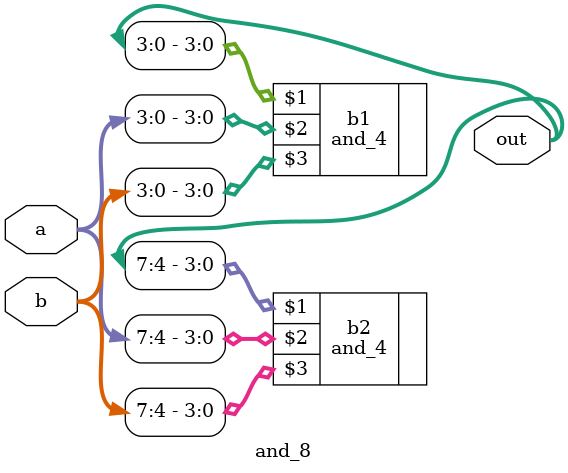
<source format=v>
`timescale 1ns / 1ps


module and_8(out , a , b);
input [7:0] a,b;
output [7:0] out;
wire [7:0] out;
and_4 b1(out[3:0] , a[3:0] , b[3:0]);
and_4 b2(out[7:4] , a[7:4] , b[7:4]);
endmodule

</source>
